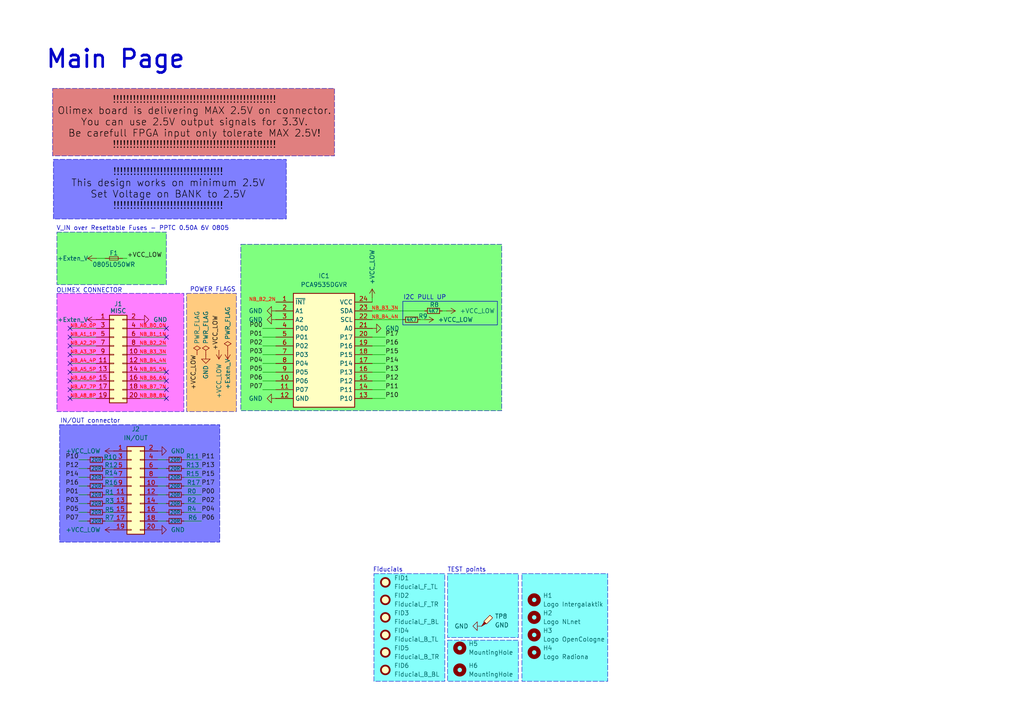
<source format=kicad_sch>
(kicad_sch (version 20250114) (generator "eeschema") (generator_version "9.0")
  (paper "A4")
  (title_block (title "${project_name} ${project_version}") (date "2024-12-02") (rev "${project_version}") (company "${project_creator}") (comment 1 "${project_license}"))
  (lib_symbols
    (symbol "Connector:TestPoint_Probe" (pin_numbers (hide yes)) (pin_names (offset 0.762) (hide yes))
      (property "Reference" "TP" (at 1.651 5.842 0))
      (property "Value" "TestPoint_Probe" (at 1.651 4.064 0))
      (symbol "TestPoint_Probe_0_1"
        (polyline (pts (xy 1.27 0.762) (xy 0 0) (xy 0.762 1.27) (xy 1.27 0.762)) (fill (type outline)))
        (polyline (pts (xy 1.397 0.635) (xy 0.635 1.397) (xy 2.413 3.175) (xy 3.175 2.413) (xy 1.397 0.635)) (fill (type background)))
      )
      (symbol "TestPoint_Probe_1_1"
        (pin passive line (at 0 0 90) (length 0) (name "1") (number "1"))
      )
    )
    (symbol "Connector_Generic:Conn_02x10_Odd_Even" (pin_names (offset 1.016) (hide yes))
      (property "Reference" "J" (at 1.27 12.7 0))
      (property "Value" "Conn_02x10_Odd_Even" (at 1.27 -15.24 0))
      (symbol "Conn_02x10_Odd_Even_1_1"
        (rectangle (start -1.27 11.43) (end 3.81 -13.97) (stroke (width 0.254)) (fill (type background)))
        (rectangle (start -1.27 10.287) (end 0 10.033) (stroke (width 0.1524)))
        (rectangle (start -1.27 7.747) (end 0 7.493) (stroke (width 0.1524)))
        (rectangle (start -1.27 5.207) (end 0 4.953) (stroke (width 0.1524)))
        (rectangle (start -1.27 2.667) (end 0 2.413) (stroke (width 0.1524)))
        (rectangle (start -1.27 0.127) (end 0 -0.127) (stroke (width 0.1524)))
        (rectangle (start -1.27 -2.413) (end 0 -2.667) (stroke (width 0.1524)))
        (rectangle (start -1.27 -4.953) (end 0 -5.207) (stroke (width 0.1524)))
        (rectangle (start -1.27 -7.493) (end 0 -7.747) (stroke (width 0.1524)))
        (rectangle (start -1.27 -10.033) (end 0 -10.287) (stroke (width 0.1524)))
        (rectangle (start -1.27 -12.573) (end 0 -12.827) (stroke (width 0.1524)))
        (rectangle (start 3.81 10.287) (end 2.54 10.033) (stroke (width 0.1524)))
        (rectangle (start 3.81 7.747) (end 2.54 7.493) (stroke (width 0.1524)))
        (rectangle (start 3.81 5.207) (end 2.54 4.953) (stroke (width 0.1524)))
        (rectangle (start 3.81 2.667) (end 2.54 2.413) (stroke (width 0.1524)))
        (rectangle (start 3.81 0.127) (end 2.54 -0.127) (stroke (width 0.1524)))
        (rectangle (start 3.81 -2.413) (end 2.54 -2.667) (stroke (width 0.1524)))
        (rectangle (start 3.81 -4.953) (end 2.54 -5.207) (stroke (width 0.1524)))
        (rectangle (start 3.81 -7.493) (end 2.54 -7.747) (stroke (width 0.1524)))
        (rectangle (start 3.81 -10.033) (end 2.54 -10.287) (stroke (width 0.1524)))
        (rectangle (start 3.81 -12.573) (end 2.54 -12.827) (stroke (width 0.1524)))
        (pin passive line (at -5.08 10.16 0) (length 3.81) (name "Pin_1") (number "1"))
        (pin passive line (at -5.08 7.62 0) (length 3.81) (name "Pin_3") (number "3"))
        (pin passive line (at -5.08 5.08 0) (length 3.81) (name "Pin_5") (number "5"))
        (pin passive line (at -5.08 2.54 0) (length 3.81) (name "Pin_7") (number "7"))
        (pin passive line (at -5.08 0 0) (length 3.81) (name "Pin_9") (number "9"))
        (pin passive line (at -5.08 -2.54 0) (length 3.81) (name "Pin_11") (number "11"))
        (pin passive line (at -5.08 -5.08 0) (length 3.81) (name "Pin_13") (number "13"))
        (pin passive line (at -5.08 -7.62 0) (length 3.81) (name "Pin_15") (number "15"))
        (pin passive line (at -5.08 -10.16 0) (length 3.81) (name "Pin_17") (number "17"))
        (pin passive line (at -5.08 -12.7 0) (length 3.81) (name "Pin_19") (number "19"))
        (pin passive line (at 7.62 10.16 180) (length 3.81) (name "Pin_2") (number "2"))
        (pin passive line (at 7.62 7.62 180) (length 3.81) (name "Pin_4") (number "4"))
        (pin passive line (at 7.62 5.08 180) (length 3.81) (name "Pin_6") (number "6"))
        (pin passive line (at 7.62 2.54 180) (length 3.81) (name "Pin_8") (number "8"))
        (pin passive line (at 7.62 0 180) (length 3.81) (name "Pin_10") (number "10"))
        (pin passive line (at 7.62 -2.54 180) (length 3.81) (name "Pin_12") (number "12"))
        (pin passive line (at 7.62 -5.08 180) (length 3.81) (name "Pin_14") (number "14"))
        (pin passive line (at 7.62 -7.62 180) (length 3.81) (name "Pin_16") (number "16"))
        (pin passive line (at 7.62 -10.16 180) (length 3.81) (name "Pin_18") (number "18"))
        (pin passive line (at 7.62 -12.7 180) (length 3.81) (name "Pin_20") (number "20"))
      )
    )
    (symbol "Device:Fuse_Small" (pin_numbers (hide yes)) (pin_names (offset 0.254) (hide yes))
      (property "Reference" "F" (at 0 -1.524 0))
      (property "Value" "Fuse_Small" (at 0 1.524 0))
      (symbol "Fuse_Small_0_1"
        (rectangle (start -1.27 0.508) (end 1.27 -0.508))
        (polyline (pts (xy -1.27 0) (xy 1.27 0)))
      )
      (symbol "Fuse_Small_1_1"
        (pin passive line (at -2.54 0 0) (length 1.27) (name "~") (number "1"))
        (pin passive line (at 2.54 0 180) (length 1.27) (name "~") (number "2"))
      )
    )
    (symbol "Device:R_Small" (pin_numbers (hide yes)) (pin_names (offset 0.254) (hide yes))
      (property "Reference" "R" (at 0.762 0.508 0))
      (property "Value" "R_Small" (at 0.762 -1.016 0))
      (symbol "R_Small_0_1"
        (rectangle (start -0.762 1.778) (end 0.762 -1.778) (stroke (width 0.2032)))
      )
      (symbol "R_Small_1_1"
        (pin passive line (at 0 2.54 270) (length 0.762) (name "~") (number "1"))
        (pin passive line (at 0 -2.54 90) (length 0.762) (name "~") (number "2"))
      )
    )
    (symbol "Mechanical:Fiducial" (exclude_from_sim yes) (in_bom no)
      (property "Reference" "FID" (at 0 5.08 0))
      (property "Value" "Fiducial" (at 0 3.175 0))
      (symbol "Fiducial_0_1"
        (circle (center 0 0) (radius 1.27) (stroke (width 0.508)) (fill (type background)))
      )
    )
    (symbol "Mechanical:MountingHole" (pin_names (offset 1.016)) (exclude_from_sim yes) (in_bom no)
      (property "Reference" "H" (at 0 5.08 0))
      (property "Value" "MountingHole" (at 0 3.175 0))
      (symbol "MountingHole_0_1"
        (circle (center 0 0) (radius 1.27) (stroke (width 1.27)))
      )
    )
    (symbol "PCA9535DGVR:PCA9535DGVR"
      (property "Reference" "IC" (at 24.13 7.62 0))
      (property "Value" "PCA9535DGVR" (at 24.13 5.08 0))
      (symbol "PCA9535DGVR_1_1"
        (rectangle (start 5.08 2.54) (end 22.86 -30.48) (stroke (width 0.254)) (fill (type background)))
        (pin passive line (at 0 0 0) (length 5.08) (name "~{INT}") (number "1"))
        (pin passive line (at 0 -2.54 0) (length 5.08) (name "A1") (number "2"))
        (pin passive line (at 0 -5.08 0) (length 5.08) (name "A2") (number "3"))
        (pin passive line (at 0 -7.62 0) (length 5.08) (name "P00") (number "4"))
        (pin passive line (at 0 -10.16 0) (length 5.08) (name "P01") (number "5"))
        (pin passive line (at 0 -12.7 0) (length 5.08) (name "P02") (number "6"))
        (pin passive line (at 0 -15.24 0) (length 5.08) (name "P03") (number "7"))
        (pin passive line (at 0 -17.78 0) (length 5.08) (name "P04") (number "8"))
        (pin passive line (at 0 -20.32 0) (length 5.08) (name "P05") (number "9"))
        (pin passive line (at 0 -22.86 0) (length 5.08) (name "P06") (number "10"))
        (pin passive line (at 0 -25.4 0) (length 5.08) (name "P07") (number "11"))
        (pin passive line (at 0 -27.94 0) (length 5.08) (name "GND") (number "12"))
        (pin passive line (at 27.94 0 180) (length 5.08) (name "VCC") (number "24"))
        (pin passive line (at 27.94 -2.54 180) (length 5.08) (name "SDA") (number "23"))
        (pin passive line (at 27.94 -5.08 180) (length 5.08) (name "SCL") (number "22"))
        (pin passive line (at 27.94 -7.62 180) (length 5.08) (name "A0") (number "21"))
        (pin passive line (at 27.94 -10.16 180) (length 5.08) (name "P17") (number "20"))
        (pin passive line (at 27.94 -12.7 180) (length 5.08) (name "P16") (number "19"))
        (pin passive line (at 27.94 -15.24 180) (length 5.08) (name "P15") (number "18"))
        (pin passive line (at 27.94 -17.78 180) (length 5.08) (name "P14") (number "17"))
        (pin passive line (at 27.94 -20.32 180) (length 5.08) (name "P13") (number "16"))
        (pin passive line (at 27.94 -22.86 180) (length 5.08) (name "P12") (number "15"))
        (pin passive line (at 27.94 -25.4 180) (length 5.08) (name "P11") (number "14"))
        (pin passive line (at 27.94 -27.94 180) (length 5.08) (name "P10") (number "13"))
      )
    )
    (symbol "power:+2V5" (power) (pin_numbers (hide yes)) (pin_names (offset 0) (hide yes))
      (property "Value" "+2V5" (at 0 3.556 0))
      (symbol "+2V5_0_1"
        (polyline (pts (xy -0.762 1.27) (xy 0 2.54)))
        (polyline (pts (xy 0 2.54) (xy 0.762 1.27)))
        (polyline (pts (xy 0 0) (xy 0 2.54)))
      )
      (symbol "+2V5_1_1"
        (pin power_in line (at 0 0 90) (length 0) (name "~") (number "1"))
      )
    )
    (symbol "power:GND" (power) (pin_numbers (hide yes)) (pin_names (offset 0) (hide yes))
      (property "Value" "GND" (at 0 -3.81 0))
      (symbol "GND_0_1"
        (polyline (pts (xy 0 0) (xy 0 -1.27) (xy 1.27 -1.27) (xy 0 -2.54) (xy -1.27 -1.27) (xy 0 -1.27)))
      )
      (symbol "GND_1_1"
        (pin power_in line (at 0 0 270) (length 0) (name "~") (number "1"))
      )
    )
    (symbol "power:PWR_FLAG" (power) (pin_numbers (hide yes)) (pin_names (offset 0) (hide yes))
      (property "Value" "PWR_FLAG" (at 0 3.81 0))
      (symbol "PWR_FLAG_0_0"
        (pin power_out line (at 0 0 90) (length 0) (name "~") (number "1"))
      )
      (symbol "PWR_FLAG_0_1"
        (polyline (pts (xy 0 0) (xy 0 1.27) (xy -1.016 1.905) (xy 0 2.54) (xy 1.016 1.905) (xy 0 1.27)))
      )
    )
  )
  (rectangle (start 69.85 70.866) (end 145.542 119.126) (stroke (width 0.127) (type dash)) (fill (type color) (color 0 255 0 0.5)))
  (rectangle (start 116.84 87.376) (end 144.272 94.234))
  (rectangle (start 108.458 166.37) (end 129.032 197.612) (stroke (width 0.127) (type dash)) (fill (type color) (color 0 255 246 0.48)))
  (rectangle (start 151.384 166.37) (end 176.276 197.612) (stroke (width 0.127) (type dash)) (fill (type color) (color 0 255 246 0.48)))
  (rectangle (start 16.51 67.31) (end 48.26 82.55) (stroke (width 0.127) (type dash)) (fill (type color) (color 0 255 0 0.5)))
  (rectangle (start 16.51 85.09) (end 53.34 119.38) (stroke (width 0.127) (type dash)) (fill (type color) (color 255 0 255 0.5)))
  (rectangle (start 17.272 123.19) (end 63.754 157.226) (stroke (width 0.127) (type dash)) (fill (type color) (color 0 0 255 0.5)))
  (rectangle (start 129.794 185.674) (end 150.368 197.612) (stroke (width 0.127) (type dash)) (fill (type color) (color 0 255 246 0.48)))
  (rectangle (start 129.794 166.37) (end 150.368 184.912) (stroke (width 0.127) (type dash)) (fill (type color) (color 0 255 246 0.48)))
  (rectangle (start 54.102 85.09) (end 68.58 119.38) (stroke (width 0.127) (type dash)) (fill (type color) (color 255 153 0 0.5)))
  (rectangle (start 15.494 46.228) (end 83.058 63.5) (stroke (width 0.127) (type dash)) (fill (type color) (color 0 0 255 0.5)))
  (rectangle (start 15.24 25.654) (end 97.028 45.212) (stroke (width 0.127) (type dash)) (fill (type color) (color 194 0 0 0.5)))
  (text "I2C PULL UP" (at 123.19 86.36 0) (effects (font (size 1.27 1.27))))
  (text "TEST points" (at 135.382 165.354 0) (effects (font (size 1.27 1.27))))
  (text "POWER FLAGS" (at 61.722 84.074 0) (effects (font (size 1.27 1.27))))
  (text "V_IN over Resettable Fuses - PPTC 0.50A 6V 0805" (at 41.402 66.294 0) (effects (font (size 1.27 1.27))))
  (text "!!!!!!!!!!!!!!!!!!!!!!!!!!!!!!!!!!!!!!!!!!!!!!!!!\nOlimex board is delivering MAX 2.5V on connector.\nYou can use 2.5V output signals for 3.3V.\nBe carefull FPGA input only tolerate MAX 2.5V!\n!!!!!!!!!!!!!!!!!!!!!!!!!!!!!!!!!!!!!!!!!!!!!!!!!" (at 56.388 35.56 0) (effects (font (size 2.032 2.032))))
  (text "Fiducials" (at 112.522 165.354 0) (effects (font (size 1.27 1.27))))
  (text "IN/OUT connector" (at 26.162 122.174 0) (effects (font (size 1.27 1.27))))
  (text "OLIMEX CONNECTOR" (at 25.908 84.328 0) (effects (font (size 1.27 1.27))))
  (text "Main Page" (at 33.528 17.272 0) (effects (font (size 5.08 5.08) (thickness 0.762) (bold yes))))
  (text "!!!!!!!!!!!!!!!!!!!!!!!!!!!!!!!!!\nThis design works on minimum 2.5V\nSet Voltage on BANK to 2.5V\n!!!!!!!!!!!!!!!!!!!!!!!!!!!!!!!!!\n" (at 48.768 54.864 0) (effects (font (size 2.032 2.032))))
  (no_connect (at 48.26 115.57))
  (no_connect (at 20.32 110.49))
  (no_connect (at 20.32 113.03))
  (no_connect (at 20.32 97.79))
  (no_connect (at 48.26 107.95))
  (no_connect (at 20.32 95.25))
  (no_connect (at 20.32 102.87))
  (no_connect (at 20.32 100.33))
  (no_connect (at 48.26 97.79))
  (no_connect (at 48.26 110.49))
  (no_connect (at 20.32 115.57))
  (no_connect (at 48.26 95.25))
  (no_connect (at 20.32 107.95))
  (no_connect (at 20.32 105.41))
  (no_connect (at 48.26 113.03))
  (wire (pts (xy 76.2 110.49) (xy 80.01 110.49)))
  (wire (pts (xy 40.64 113.03) (xy 48.26 113.03)))
  (wire (pts (xy 30.48 146.05) (xy 33.02 146.05)))
  (wire (pts (xy 40.64 107.95) (xy 48.26 107.95)))
  (wire (pts (xy 45.72 133.35) (xy 48.26 133.35)))
  (wire (pts (xy 76.2 97.79) (xy 80.01 97.79)))
  (wire (pts (xy 20.32 110.49) (xy 27.94 110.49)))
  (wire (pts (xy 76.2 102.87) (xy 80.01 102.87)))
  (wire (pts (xy 22.86 151.13) (xy 25.4 151.13)))
  (wire (pts (xy 107.95 92.71) (xy 116.84 92.71)))
  (wire (pts (xy 128.27 90.17) (xy 129.54 90.17)))
  (wire (pts (xy 20.32 107.95) (xy 27.94 107.95)))
  (wire (pts (xy 25.4 133.35) (xy 22.86 133.35)))
  (wire (pts (xy 107.95 102.87) (xy 111.76 102.87)))
  (wire (pts (xy 30.48 140.97) (xy 33.02 140.97)))
  (wire (pts (xy 20.32 102.87) (xy 27.94 102.87)))
  (wire (pts (xy 107.95 105.41) (xy 111.76 105.41)))
  (wire (pts (xy 107.95 100.33) (xy 111.76 100.33)))
  (wire (pts (xy 40.64 105.41) (xy 48.26 105.41)))
  (wire (pts (xy 40.64 102.87) (xy 48.26 102.87)))
  (wire (pts (xy 45.72 138.43) (xy 48.26 138.43)))
  (wire (pts (xy 107.95 113.03) (xy 111.76 113.03)))
  (wire (pts (xy 30.48 138.43) (xy 33.02 138.43)))
  (wire (pts (xy 20.32 113.03) (xy 27.94 113.03)))
  (wire (pts (xy 20.32 115.57) (xy 27.94 115.57)))
  (wire (pts (xy 107.95 110.49) (xy 111.76 110.49)))
  (wire (pts (xy 53.34 135.89) (xy 58.42 135.89)))
  (wire (pts (xy 76.2 95.25) (xy 80.01 95.25)))
  (wire (pts (xy 58.42 143.51) (xy 53.34 143.51)))
  (wire (pts (xy 40.64 100.33) (xy 48.26 100.33)))
  (wire (pts (xy 107.95 97.79) (xy 111.76 97.79)))
  (wire (pts (xy 40.64 110.49) (xy 48.26 110.49)))
  (wire (pts (xy 30.48 143.51) (xy 33.02 143.51)))
  (wire (pts (xy 53.34 133.35) (xy 58.42 133.35)))
  (wire (pts (xy 58.42 148.59) (xy 53.34 148.59)))
  (wire (pts (xy 25.4 135.89) (xy 22.86 135.89)))
  (wire (pts (xy 30.48 133.35) (xy 33.02 133.35)))
  (wire (pts (xy 48.26 146.05) (xy 45.72 146.05)))
  (wire (pts (xy 48.26 148.59) (xy 45.72 148.59)))
  (wire (pts (xy 40.64 95.25) (xy 48.26 95.25)))
  (wire (pts (xy 20.32 100.33) (xy 27.94 100.33)))
  (wire (pts (xy 76.2 107.95) (xy 80.01 107.95)))
  (wire (pts (xy 40.64 115.57) (xy 48.26 115.57)))
  (wire (pts (xy 121.92 92.71) (xy 123.19 92.71)))
  (wire (pts (xy 76.2 105.41) (xy 80.01 105.41)))
  (wire (pts (xy 36.83 74.93) (xy 35.56 74.93)))
  (wire (pts (xy 22.86 146.05) (xy 25.4 146.05)))
  (wire (pts (xy 20.32 95.25) (xy 27.94 95.25)))
  (wire (pts (xy 30.48 135.89) (xy 33.02 135.89)))
  (wire (pts (xy 107.95 107.95) (xy 111.76 107.95)))
  (wire (pts (xy 76.2 100.33) (xy 80.01 100.33)))
  (wire (pts (xy 53.34 140.97) (xy 58.42 140.97)))
  (wire (pts (xy 45.72 140.97) (xy 48.26 140.97)))
  (wire (pts (xy 30.48 148.59) (xy 33.02 148.59)))
  (wire (pts (xy 107.95 115.57) (xy 111.76 115.57)))
  (wire (pts (xy 27.94 74.93) (xy 30.48 74.93)))
  (wire (pts (xy 107.95 86.36) (xy 107.95 87.63)))
  (wire (pts (xy 45.72 135.89) (xy 48.26 135.89)))
  (wire (pts (xy 53.34 138.43) (xy 58.42 138.43)))
  (wire (pts (xy 22.86 148.59) (xy 25.4 148.59)))
  (wire (pts (xy 30.48 151.13) (xy 33.02 151.13)))
  (wire (pts (xy 40.64 97.79) (xy 48.26 97.79)))
  (wire (pts (xy 25.4 140.97) (xy 22.86 140.97)))
  (wire (pts (xy 76.2 113.03) (xy 80.01 113.03)))
  (wire (pts (xy 45.72 151.13) (xy 48.26 151.13)))
  (wire (pts (xy 107.95 90.17) (xy 123.19 90.17)))
  (wire (pts (xy 20.32 97.79) (xy 27.94 97.79)))
  (wire (pts (xy 20.32 105.41) (xy 27.94 105.41)))
  (wire (pts (xy 25.4 138.43) (xy 22.86 138.43)))
  (wire (pts (xy 48.26 143.51) (xy 45.72 143.51)))
  (wire (pts (xy 58.42 146.05) (xy 53.34 146.05)))
  (wire (pts (xy 22.86 143.51) (xy 25.4 143.51)))
  (wire (pts (xy 58.42 151.13) (xy 53.34 151.13)))
  (label "P12" (at 111.76 110.49 0))
  (label "NB_B5_5N" (at 48.26 107.95 180) (effects (font (size 1.016 1.016))))
  (label "NB_A7_7P" (at 20.32 113.03 0) (effects (font (size 1.016 1.016))))
  (label "NB_B4_4N" (at 48.26 105.41 180) (effects (font (size 1.016 1.016))))
  (label "NB_A8_8P" (at 20.32 115.57 0) (effects (font (size 1.016 1.016))))
  (label "NB_B3_3N" (at 48.26 102.87 180) (effects (font (size 1.016 1.016))))
  (label "P16" (at 111.76 100.33 0))
  (label "P04" (at 76.2 105.41 180))
  (label "P11" (at 111.76 113.03 0))
  (label "P16" (at 22.86 140.97 180))
  (label "+VCC_LOW" (at 63.5 101.6 90))
  (label "NB_B8_8N" (at 48.26 115.57 180) (effects (font (size 1.016 1.016))))
  (label "P05" (at 76.2 107.95 180))
  (label "P17" (at 58.42 140.97 0))
  (label "NB_B4_4N" (at 115.57 92.71 180) (effects (font (size 1.016 1.016))))
  (label "NB_A6_6P" (at 20.32 110.49 0) (effects (font (size 1.016 1.016))))
  (label "NB_A5_5P" (at 20.32 107.95 0) (effects (font (size 1.016 1.016))))
  (label "NB_A2_2P" (at 20.32 100.33 0) (effects (font (size 1.016 1.016))))
  (label "P17" (at 111.76 97.79 0))
  (label "P02" (at 76.2 100.33 180))
  (label "P10" (at 22.86 133.35 180))
  (label "P14" (at 22.86 138.43 180))
  (label "+VCC_LOW" (at 57.15 102.87 270))
  (label "P06" (at 76.2 110.49 180))
  (label "NB_B2_2N" (at 48.26 100.33 180) (effects (font (size 1.016 1.016))))
  (label "NB_B6_6N" (at 48.26 110.49 180) (effects (font (size 1.016 1.016))))
  (label "P04" (at 58.42 148.59 0))
  (label "NB_B2_2N" (at 80.01 87.63 180) (effects (font (size 1.016 1.016))))
  (label "NB_B7_7N" (at 48.26 113.03 180) (effects (font (size 1.016 1.016))))
  (label "P11" (at 58.42 133.35 0))
  (label "P02" (at 58.42 146.05 0))
  (label "P14" (at 111.76 105.41 0))
  (label "P12" (at 22.86 135.89 180))
  (label "NB_A1_1P" (at 20.32 97.79 0) (effects (font (size 1.016 1.016))))
  (label "+VCC_LOW" (at 36.83 74.93 0))
  (label "P15" (at 111.76 102.87 0))
  (label "NB_B1_1N" (at 48.26 97.79 180) (effects (font (size 1.016 1.016))))
  (label "P00" (at 58.42 143.51 0))
  (label "NB_A4_4P" (at 20.32 105.41 0) (effects (font (size 1.016 1.016))))
  (label "NB_B3_3N" (at 115.57 90.17 180) (effects (font (size 1.016 1.016))))
  (label "P07" (at 22.86 151.13 180))
  (label "P13" (at 58.42 135.89 0))
  (label "NB_A3_3P" (at 20.32 102.87 0) (effects (font (size 1.016 1.016))))
  (label "P07" (at 76.2 113.03 180))
  (label "P06" (at 58.42 151.13 0))
  (label "P00" (at 76.2 95.25 180))
  (label "P05" (at 22.86 148.59 180))
  (label "P03" (at 76.2 102.87 180))
  (label "P10" (at 111.76 115.57 0))
  (label "P03" (at 22.86 146.05 180))
  (label "P01" (at 22.86 143.51 180))
  (label "NB_B0_0N" (at 48.26 95.25 180) (effects (font (size 1.016 1.016))))
  (label "NB_A0_0P" (at 20.32 95.25 0) (effects (font (size 1.016 1.016))))
  (label "P13" (at 111.76 107.95 0))
  (label "P15" (at 58.42 138.43 0))
  (label "P01" (at 76.2 97.79 180))
  (symbol (lib_id "Mechanical:Fiducial") (at 111.76 189.23 0) (unit 1) (exclude_from_sim yes) (in_bom no)
    (property "Reference" "FID5" (at 114.3 187.9599 0) (effects (justify left)))
    (property "Value" "Fiducial_B_TR" (at 114.3 190.4999 0) (effects (justify left)))
    (property "Footprint" "Fiducial:Fiducial_0.5mm_Mask1mm" (effects (hide yes)))
    (property "Description" "Fiducial Marker" (effects (hide yes)))
  )
  (symbol (lib_id "power:GND") (at 59.69 102.87 0) (unit 1)
    (property "Reference" "#PWR012" (effects (hide yes)))
    (property "Value" "GND" (at 59.69 107.95 90))
    (property "Description" "Power symbol creates a global label with name \"GND\" , ground" (effects (hide yes)))
  )
  (symbol (lib_id "Device:R_Small") (at 50.8 138.43 90) (unit 1)
    (property "Reference" "R15" (at 55.88 137.414 90))
    (property "Value" "20R" (at 50.8 138.43 90) (effects (font (size 1 1))))
    (property "Footprint" "Resistor_SMD:R_0402_1005Metric" (effects (hide yes)))
    (property "Description" "Resistor, small symbol" (effects (hide yes)))
  )
  (symbol (lib_id "Device:R_Small") (at 27.94 151.13 90) (unit 1)
    (property "Reference" "R7" (at 31.75 150.114 90))
    (property "Value" "20R" (at 27.94 151.13 90) (effects (font (size 1 1))))
    (property "Footprint" "Resistor_SMD:R_0402_1005Metric" (effects (hide yes)))
    (property "Description" "Resistor, small symbol" (effects (hide yes)))
  )
  (symbol (lib_id "Mechanical:MountingHole") (at 154.94 173.99 0) (unit 1) (exclude_from_sim yes) (in_bom no)
    (property "Reference" "H1" (at 157.48 172.7199 0) (effects (justify left)))
    (property "Value" "Logo Intergalaktik" (at 157.48 175.2599 0) (effects (justify left)))
    (property "Footprint" "intergalaktik:intergalaktik" (effects (hide yes)))
    (property "Description" "Mounting Hole without connection" (effects (hide yes)))
  )
  (symbol (lib_id "Device:R_Small") (at 50.8 143.51 270) (unit 1)
    (property "Reference" "R0" (at 55.626 142.494 90))
    (property "Value" "20R" (at 50.8 143.51 90) (effects (font (size 1 1))))
    (property "Footprint" "Resistor_SMD:R_0402_1005Metric" (effects (hide yes)))
    (property "Description" "Resistor, small symbol" (effects (hide yes)))
  )
  (symbol (lib_id "power:+2V5") (at 33.02 153.67 90) (unit 1)
    (property "Reference" "#PWR021" (effects (hide yes)))
    (property "Value" "+VCC_LOW" (at 29.21 153.6701 90) (effects (justify left)))
    (property "Description" "Power symbol creates a global label with name \"+2V5\"" (effects (hide yes)))
  )
  (symbol (lib_id "Device:R_Small") (at 27.94 140.97 270) (unit 1)
    (property "Reference" "R16" (at 32.258 139.954 90))
    (property "Value" "20R" (at 27.94 140.97 90) (effects (font (size 1 1))))
    (property "Footprint" "Resistor_SMD:R_0402_1005Metric" (effects (hide yes)))
    (property "Description" "Resistor, small symbol" (effects (hide yes)))
  )
  (symbol (lib_id "power:GND") (at 139.7 181.61 270) (unit 1)
    (property "Reference" "#PWR05" (effects (hide yes)))
    (property "Value" "GND" (at 135.89 181.6099 90) (effects (justify right)))
    (property "Description" "Power symbol creates a global label with name \"GND\" , ground" (effects (hide yes)))
  )
  (symbol (lib_id "Device:R_Small") (at 50.8 151.13 270) (unit 1)
    (property "Reference" "R6" (at 55.88 150.114 90))
    (property "Value" "20R" (at 50.8 151.13 90) (effects (font (size 1 1))))
    (property "Footprint" "Resistor_SMD:R_0402_1005Metric" (effects (hide yes)))
    (property "Description" "Resistor, small symbol" (effects (hide yes)))
  )
  (symbol (lib_id "power:GND") (at 80.01 92.71 270) (unit 1)
    (property "Reference" "#PWR06" (effects (hide yes)))
    (property "Value" "GND" (at 76.2 92.7099 90) (effects (justify right)))
    (property "Description" "Power symbol creates a global label with name \"GND\" , ground" (effects (hide yes)))
  )
  (symbol (lib_id "power:+2V5") (at 63.5 101.6 180) (unit 1)
    (property "Reference" "#PWR011" (effects (hide yes)))
    (property "Value" "+VCC_LOW" (at 63.5001 105.41 90) (effects (justify left)))
    (property "Description" "Power symbol creates a global label with name \"+2V5\"" (effects (hide yes)))
  )
  (symbol (lib_id "Device:R_Small") (at 27.94 143.51 90) (unit 1)
    (property "Reference" "R1" (at 31.75 142.748 90))
    (property "Value" "20R" (at 27.94 143.51 90) (effects (font (size 1 1))))
    (property "Footprint" "Resistor_SMD:R_0402_1005Metric" (effects (hide yes)))
    (property "Description" "Resistor, small symbol" (effects (hide yes)))
  )
  (symbol (lib_id "power:GND") (at 107.95 95.25 90) (unit 1)
    (property "Reference" "#PWR010" (effects (hide yes)))
    (property "Value" "GND" (at 111.76 95.2499 90) (effects (justify right)))
    (property "Description" "Power symbol creates a global label with name \"GND\" , ground" (effects (hide yes)))
  )
  (symbol (lib_id "Device:R_Small") (at 50.8 148.59 270) (unit 1)
    (property "Reference" "R4" (at 55.626 147.574 90))
    (property "Value" "20R" (at 50.8 148.59 90) (effects (font (size 1 1))))
    (property "Footprint" "Resistor_SMD:R_0402_1005Metric" (effects (hide yes)))
    (property "Description" "Resistor, small symbol" (effects (hide yes)))
  )
  (symbol (lib_id "Device:R_Small") (at 50.8 140.97 90) (unit 1)
    (property "Reference" "R17" (at 56.134 139.954 90))
    (property "Value" "20R" (at 50.8 140.97 90) (effects (font (size 1 1))))
    (property "Footprint" "Resistor_SMD:R_0402_1005Metric" (effects (hide yes)))
    (property "Description" "Resistor, small symbol" (effects (hide yes)))
  )
  (symbol (lib_id "Device:R_Small") (at 50.8 135.89 90) (unit 1)
    (property "Reference" "R13" (at 55.88 134.874 90))
    (property "Value" "20R" (at 50.8 135.89 90) (effects (font (size 1 1))))
    (property "Footprint" "Resistor_SMD:R_0402_1005Metric" (effects (hide yes)))
    (property "Description" "Resistor, small symbol" (effects (hide yes)))
  )
  (symbol (lib_id "power:+2V5") (at 33.02 130.81 90) (unit 1)
    (property "Reference" "#PWR014" (effects (hide yes)))
    (property "Value" "+VCC_LOW" (at 29.21 130.8101 90) (effects (justify left)))
    (property "Description" "Power symbol creates a global label with name \"+2V5\"" (effects (hide yes)))
  )
  (symbol (lib_id "Mechanical:Fiducial") (at 111.76 168.91 0) (unit 1) (exclude_from_sim yes) (in_bom no)
    (property "Reference" "FID1" (at 114.3 167.6399 0) (effects (justify left)))
    (property "Value" "Fiducial_F_TL" (at 114.3 170.1799 0) (effects (justify left)))
    (property "Footprint" "Fiducial:Fiducial_0.5mm_Mask1mm" (effects (hide yes)))
    (property "Description" "Fiducial Marker" (effects (hide yes)))
  )
  (symbol (lib_id "Device:R_Small") (at 27.94 135.89 270) (unit 1)
    (property "Reference" "R12" (at 32.258 134.874 90))
    (property "Value" "20R" (at 27.94 135.89 90) (effects (font (size 1 1))))
    (property "Footprint" "Resistor_SMD:R_0402_1005Metric" (effects (hide yes)))
    (property "Description" "Resistor, small symbol" (effects (hide yes)))
  )
  (symbol (lib_id "power:GND") (at 80.01 115.57 270) (unit 1)
    (property "Reference" "#PWR03" (effects (hide yes)))
    (property "Value" "GND" (at 76.2 115.5699 90) (effects (justify right)))
    (property "Description" "Power symbol creates a global label with name \"GND\" , ground" (effects (hide yes)))
  )
  (symbol (lib_id "power:+2V5") (at 66.04 101.6 180) (unit 1)
    (property "Reference" "#PWR01" (effects (hide yes)))
    (property "Value" "+Exten_V" (at 66.04 108.458 90))
    (property "Description" "Power symbol creates a global label with name \"+2V5\"" (effects (hide yes)))
  )
  (symbol (lib_id "Mechanical:MountingHole") (at 133.35 194.31 0) (unit 1) (exclude_from_sim yes) (in_bom no)
    (property "Reference" "H6" (at 135.89 193.0399 0) (effects (justify left)))
    (property "Value" "MountingHole" (at 135.89 195.5799 0) (effects (justify left)))
    (property "Footprint" "MountingHole:MountingHole_2.2mm_M2" (effects (hide yes)))
    (property "Description" "Mounting Hole without connection" (effects (hide yes)))
  )
  (symbol (lib_id "Mechanical:MountingHole") (at 154.94 189.23 0) (unit 1) (exclude_from_sim yes) (in_bom no)
    (property "Reference" "H4" (at 157.48 187.9599 0) (effects (justify left)))
    (property "Value" "Logo Radiona" (at 157.48 190.4999 0) (effects (justify left)))
    (property "Footprint" "radiona:radiona_small" (effects (hide yes)))
    (property "Description" "Mounting Hole without connection" (effects (hide yes)))
  )
  (symbol (lib_id "power:PWR_FLAG") (at 57.15 102.87 0) (unit 1)
    (property "Reference" "#FLG01" (effects (hide yes)))
    (property "Value" "PWR_FLAG" (at 57.15 94.996 90))
    (property "Description" "Special symbol for telling ERC where power comes from" (effects (hide yes)))
  )
  (symbol (lib_id "Device:R_Small") (at 27.94 148.59 90) (unit 1)
    (property "Reference" "R5" (at 31.75 147.828 90))
    (property "Value" "20R" (at 27.94 148.59 90) (effects (font (size 1 1))))
    (property "Footprint" "Resistor_SMD:R_0402_1005Metric" (effects (hide yes)))
    (property "Description" "Resistor, small symbol" (effects (hide yes)))
  )
  (symbol (lib_id "Device:R_Small") (at 119.38 92.71 90) (unit 1)
    (property "Reference" "R9" (at 122.682 91.694 90))
    (property "Value" "4K7" (at 119.38 92.71 90) (effects (font (size 1 1))))
    (property "Footprint" "Resistor_SMD:R_0402_1005Metric" (effects (hide yes)))
    (property "Description" "Resistor, small symbol" (effects (hide yes)))
  )
  (symbol (lib_id "Connector:TestPoint_Probe") (at 139.7 181.61 0) (unit 1)
    (property "Reference" "TP8" (at 143.51 178.7524 0) (effects (justify left)))
    (property "Value" "GND" (at 143.51 181.2924 0) (effects (justify left)))
    (property "Footprint" "TestPoint:TestPoint_THTPad_1.0x1.0mm_Drill0.5mm" (effects (hide yes)))
    (property "Description" "test point (alternative probe-style design)" (effects (hide yes)))
  )
  (symbol (lib_id "Connector_Generic:Conn_02x10_Odd_Even") (at 33.02 102.87 0) (unit 1)
    (property "Reference" "J1" (at 34.29 88.138 0))
    (property "Value" "MISC" (at 34.29 90.17 0))
    (property "Footprint" "Connector_PinSocket_2.54mm:PinSocket_2x10_P2.54mm_Vertical_SMD" (effects (hide yes)))
    (property "Description" "Generic connector, double row, 02x10, odd/even pin numbering scheme (row 1 odd numbers, row 2 even numbers), script generated (kicad-library-utils/schlib/autogen/connector/)" (effects (hide yes)))
  )
  (symbol (lib_id "Device:R_Small") (at 50.8 133.35 90) (unit 1)
    (property "Reference" "R11" (at 55.88 132.334 90))
    (property "Value" "20R" (at 50.8 133.35 90) (effects (font (size 1 1))))
    (property "Footprint" "Resistor_SMD:R_0402_1005Metric" (effects (hide yes)))
    (property "Description" "Resistor, small symbol" (effects (hide yes)))
  )
  (symbol (lib_id "Device:R_Small") (at 50.8 146.05 270) (unit 1)
    (property "Reference" "R2" (at 55.626 145.034 90))
    (property "Value" "20R" (at 50.8 146.05 90) (effects (font (size 1 1))))
    (property "Footprint" "Resistor_SMD:R_0402_1005Metric" (effects (hide yes)))
    (property "Description" "Resistor, small symbol" (effects (hide yes)))
  )
  (symbol (lib_id "Mechanical:Fiducial") (at 111.76 179.07 0) (unit 1) (exclude_from_sim yes) (in_bom no)
    (property "Reference" "FID3" (at 114.3 177.7999 0) (effects (justify left)))
    (property "Value" "Fiducial_F_BL" (at 114.3 180.3399 0) (effects (justify left)))
    (property "Footprint" "Fiducial:Fiducial_0.5mm_Mask1mm" (effects (hide yes)))
    (property "Description" "Fiducial Marker" (effects (hide yes)))
  )
  (symbol (lib_id "power:PWR_FLAG") (at 59.69 102.87 0) (unit 1)
    (property "Reference" "#FLG02" (effects (hide yes)))
    (property "Value" "PWR_FLAG" (at 59.69 94.996 90))
    (property "Description" "Special symbol for telling ERC where power comes from" (effects (hide yes)))
  )
  (symbol (lib_id "Mechanical:MountingHole") (at 133.35 187.96 0) (unit 1) (exclude_from_sim yes) (in_bom no)
    (property "Reference" "H5" (at 135.89 186.6899 0) (effects (justify left)))
    (property "Value" "MountingHole" (at 135.89 189.2299 0) (effects (justify left)))
    (property "Footprint" "MountingHole:MountingHole_2.2mm_M2" (effects (hide yes)))
    (property "Description" "Mounting Hole without connection" (effects (hide yes)))
  )
  (symbol (lib_id "PCA9535DGVR:PCA9535DGVR") (at 80.01 87.63 0) (unit 1)
    (property "Reference" "IC1" (at 93.98 80.01 0))
    (property "Value" "PCA9535DGVR" (at 93.98 82.55 0))
    (property "Footprint" "PCA9535DGVR:SOP40P640X120-24N" (effects (hide yes)))
    (property "Datasheet" "http://www.ti.com/lit/gpn/pca9535" (effects (hide yes)))
    (property "Description" "Remote 16-Bit I2C and SMBus, Low-Power I/O Expander With Interrupt Output and Config Registers" (effects (hide yes)))
    (property "Height" "1.2" (effects (hide yes)))
    (property "Mouser Part Number" "595-PCA9535DGVR" (effects (hide yes)))
    (property "Mouser Price/Stock" "https://www.mouser.co.uk/ProductDetail/Texas-Instruments/PCA9535DGVR?qs=wgAEGBTxy7lYtvg23F12vA%3D%3D" (effects (hide yes)))
    (property "Manufacturer_Name" "Texas Instruments" (effects (hide yes)))
    (property "Manufacturer_Part_Number" "PCA9535DGVR" (effects (hide yes)))
  )
  (symbol (lib_id "Mechanical:MountingHole") (at 154.94 179.07 0) (unit 1) (exclude_from_sim yes) (in_bom no)
    (property "Reference" "H2" (at 157.48 177.7999 0) (effects (justify left)))
    (property "Value" "Logo NLnet" (at 157.48 180.3399 0) (effects (justify left)))
    (property "Footprint" "nlnet:nlnet" (effects (hide yes)))
    (property "Description" "Mounting Hole without connection" (effects (hide yes)))
  )
  (symbol (lib_id "Mechanical:MountingHole") (at 154.94 184.15 0) (unit 1) (exclude_from_sim yes) (in_bom no)
    (property "Reference" "H3" (at 157.48 182.8799 0) (effects (justify left)))
    (property "Value" "Logo OpenCologne" (at 157.48 185.4199 0) (effects (justify left)))
    (property "Footprint" "Cologne:open_cologne_small" (effects (hide yes)))
    (property "Description" "Mounting Hole without connection" (effects (hide yes)))
  )
  (symbol (lib_id "Device:R_Small") (at 27.94 133.35 270) (unit 1)
    (property "Reference" "R10" (at 32.004 132.588 90))
    (property "Value" "20R" (at 27.94 133.35 90) (effects (font (size 1 1))))
    (property "Footprint" "Resistor_SMD:R_0402_1005Metric" (effects (hide yes)))
    (property "Description" "Resistor, small symbol" (effects (hide yes)))
  )
  (symbol (lib_id "Mechanical:Fiducial") (at 111.76 173.99 0) (unit 1) (exclude_from_sim yes) (in_bom no)
    (property "Reference" "FID2" (at 114.3 172.7199 0) (effects (justify left)))
    (property "Value" "Fiducial_F_TR" (at 114.3 175.2599 0) (effects (justify left)))
    (property "Footprint" "Fiducial:Fiducial_0.5mm_Mask1mm" (effects (hide yes)))
    (property "Description" "Fiducial Marker" (effects (hide yes)))
  )
  (symbol (lib_id "Mechanical:Fiducial") (at 111.76 194.31 0) (unit 1) (exclude_from_sim yes) (in_bom no)
    (property "Reference" "FID6" (at 114.3 193.0399 0) (effects (justify left)))
    (property "Value" "Fiducial_B_BL" (at 114.3 195.5799 0) (effects (justify left)))
    (property "Footprint" "Fiducial:Fiducial_0.5mm_Mask1mm" (effects (hide yes)))
    (property "Description" "Fiducial Marker" (effects (hide yes)))
  )
  (symbol (lib_id "power:PWR_FLAG") (at 66.04 101.6 0) (unit 1)
    (property "Reference" "#FLG03" (effects (hide yes)))
    (property "Value" "PWR_FLAG" (at 66.04 93.726 90))
    (property "Description" "Special symbol for telling ERC where power comes from" (effects (hide yes)))
  )
  (symbol (lib_id "Mechanical:Fiducial") (at 111.76 184.15 0) (unit 1) (exclude_from_sim yes) (in_bom no)
    (property "Reference" "FID4" (at 114.3 182.8799 0) (effects (justify left)))
    (property "Value" "Fiducial_B_TL" (at 114.3 185.4199 0) (effects (justify left)))
    (property "Footprint" "Fiducial:Fiducial_0.5mm_Mask1mm" (effects (hide yes)))
    (property "Description" "Fiducial Marker" (effects (hide yes)))
  )
  (symbol (lib_id "power:+2V5") (at 129.54 90.17 270) (unit 1)
    (property "Reference" "#PWR016" (effects (hide yes)))
    (property "Value" "+VCC_LOW" (at 133.35 90.1699 90) (effects (justify left)))
    (property "Description" "Power symbol creates a global label with name \"+2V5\"" (effects (hide yes)))
  )
  (symbol (lib_id "Device:R_Small") (at 27.94 146.05 90) (unit 1)
    (property "Reference" "R3" (at 31.75 145.288 90))
    (property "Value" "20R" (at 27.94 146.05 90) (effects (font (size 1 1))))
    (property "Footprint" "Resistor_SMD:R_0402_1005Metric" (effects (hide yes)))
    (property "Description" "Resistor, small symbol" (effects (hide yes)))
  )
  (symbol (lib_id "power:GND") (at 45.72 153.67 90) (unit 1)
    (property "Reference" "#PWR022" (effects (hide yes)))
    (property "Value" "GND" (at 49.53 153.6699 90) (effects (justify right)))
    (property "Description" "Power symbol creates a global label with name \"GND\" , ground" (effects (hide yes)))
  )
  (symbol (lib_id "power:+2V5") (at 123.19 92.71 270) (unit 1)
    (property "Reference" "#PWR017" (effects (hide yes)))
    (property "Value" "+VCC_LOW" (at 127 92.7099 90) (effects (justify left)))
    (property "Description" "Power symbol creates a global label with name \"+2V5\"" (effects (hide yes)))
  )
  (symbol (lib_id "power:+2V5") (at 27.94 92.71 90) (unit 1)
    (property "Reference" "#PWR08" (effects (hide yes)))
    (property "Value" "+Exten_V" (at 21.082 92.71 90))
    (property "Description" "Power symbol creates a global label with name \"+2V5\"" (effects (hide yes)))
  )
  (symbol (lib_id "power:GND") (at 40.64 92.71 90) (unit 1)
    (property "Reference" "#PWR09" (effects (hide yes)))
    (property "Value" "GND" (at 44.45 92.7099 90) (effects (justify right)))
    (property "Description" "Power symbol creates a global label with name \"GND\" , ground" (effects (hide yes)))
  )
  (symbol (lib_id "power:GND") (at 45.72 130.81 90) (unit 1)
    (property "Reference" "#PWR015" (effects (hide yes)))
    (property "Value" "GND" (at 49.53 130.8099 90) (effects (justify right)))
    (property "Description" "Power symbol creates a global label with name \"GND\" , ground" (effects (hide yes)))
  )
  (symbol (lib_id "power:+2V5") (at 27.94 74.93 90) (unit 1)
    (property "Reference" "#PWR07" (effects (hide yes)))
    (property "Value" "+Exten_V" (at 21.082 74.93 90))
    (property "Description" "Power symbol creates a global label with name \"+2V5\"" (effects (hide yes)))
  )
  (symbol (lib_id "Device:R_Small") (at 27.94 138.43 270) (unit 1)
    (property "Reference" "R14" (at 32.258 137.16 90))
    (property "Value" "20R" (at 27.94 138.43 90) (effects (font (size 1 1))))
    (property "Footprint" "Resistor_SMD:R_0402_1005Metric" (effects (hide yes)))
    (property "Description" "Resistor, small symbol" (effects (hide yes)))
  )
  (symbol (lib_id "Device:Fuse_Small") (at 33.02 74.93 0) (unit 1)
    (property "Reference" "F1" (at 33.02 73.406 0))
    (property "Value" "0805L050WR" (at 33.02 76.708 0))
    (property "Footprint" "Fuse:Fuse_0805_2012Metric" (effects (hide yes)))
    (property "Datasheet" "https://www.littelfuse.com/media?resourcetype=datasheets&itemid=3b1fa5dc-24aa-4363-b543-edb057c2fffa&filename=littelfuse_ptc_0805l_datasheet.pdf" (effects (hide yes)))
    (property "Description" "Fuse, small symbol" (effects (hide yes)))
  )
  (symbol (lib_id "power:+2V5") (at 107.95 86.36 0) (unit 1)
    (property "Reference" "#PWR013" (effects (hide yes)))
    (property "Value" "+VCC_LOW" (at 107.9499 82.55 90) (effects (justify left)))
    (property "Description" "Power symbol creates a global label with name \"+2V5\"" (effects (hide yes)))
  )
  (symbol (lib_id "Device:R_Small") (at 125.73 90.17 90) (unit 1)
    (property "Reference" "R8" (at 125.984 88.392 90))
    (property "Value" "4K7" (at 125.73 90.17 90) (effects (font (size 1 1))))
    (property "Footprint" "Resistor_SMD:R_0402_1005Metric" (effects (hide yes)))
    (property "Description" "Resistor, small symbol" (effects (hide yes)))
  )
  (symbol (lib_id "Connector_Generic:Conn_02x10_Odd_Even") (at 38.1 140.97 0) (unit 1)
    (property "Reference" "J2" (at 39.37 124.46 0))
    (property "Value" "IN/OUT" (at 39.37 127 0))
    (property "Footprint" "Connector_PinHeader_2.54mm:PinHeader_2x10_P2.54mm_Vertical" (effects (hide yes)))
    (property "Description" "Generic connector, double row, 02x10, odd/even pin numbering scheme (row 1 odd numbers, row 2 even numbers), script generated (kicad-library-utils/schlib/autogen/connector/)" (effects (hide yes)))
  )
  (symbol (lib_id "power:GND") (at 80.01 90.17 270) (unit 1)
    (property "Reference" "#PWR04" (effects (hide yes)))
    (property "Value" "GND" (at 76.2 90.1699 90) (effects (justify right)))
    (property "Description" "Power symbol creates a global label with name \"GND\" , ground" (effects (hide yes)))
  )
)
</source>
